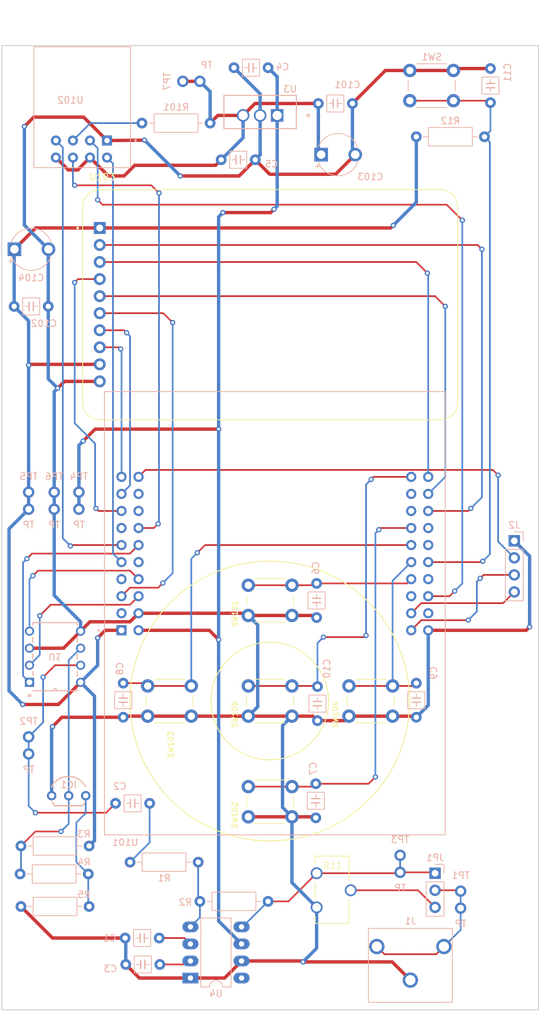
<source format=kicad_pcb>
(kicad_pcb (version 20221018) (generator pcbnew)
  (title_block (title "ECE 445L Baseline Project") (date "2023-12-11") (rev "v1.0.0") (company "The University of Texas at Austin"))
  (layers (0 "F.Cu" signal) (31 "B.Cu" signal) (34 "B.Paste" user) (35 "F.Paste" user) (36 "B.SilkS" user "B.Silkscreen") (37 "F.SilkS" user "F.Silkscreen") (38 "B.Mask" user) (39 "F.Mask" user) (44 "Edge.Cuts" user))
  (net 0 "")
  (net 1 "/WIFI_3V3")
  (net 2 "GND")
  (net 3 "+3V3")
  (net 4 "Net-(U102-IO0)")
  (net 5 "/SW_UP")
  (net 6 "/SW_DOWN")
  (net 7 "/SW_LEFT")
  (net 8 "/SW_RIGHT")
  (net 9 "/SW_MODE")
  (net 11 "/SDC_CS")
  (net 12 "/WIFI_TXD")
  (net 13 "/WIFI_RXD")
  (net 15 "/TFT_MOSI")
  (net 16 "/TFT_D{slash}C")
  (net 17 "/TFT_RST")
  (net 19 "/WIFI_IO2")
  (net 23 "/TFT_MISO")
  (net 24 "/TFT_CS")
  (net 25 "/TFT_SCK")
  (net 26 "+5V")
  (net 28 "/~{WIFI_RST}")
  (net 34 "Net-(C2-Pad1)")
  (net 35 "/DAC_Out")
  (net 36 "/RST")
  (net 37 "Net-(IC1-Pad1)")
  (net 38 "/VREF")
  (net 39 "/DAC_Amp_Ctrl")
  (net 41 "/RED_LED")
  (net 42 "/BLUE_LED")
  (net 43 "/GREEN_LED")
  (net 44 "/Amp_Out")
  (net 45 "/Pot_Out")
  (net 46 "/SSI1_TX")
  (net 47 "/SS1_SCLK")
  (net 48 "/SS1_FS")
  (net 50 "Net-(U4-FC1)")
  (net 51 "Net-(U4-FC2)")
  (net 52 "Net-(U4-VIN)")
  (footprint "Button_Switch_THT:SW_PUSH_6mm" (layer "F.Cu") (at 45 135 180)
    (fp_text reference "SW103")
    (fp_text value "LEFT")
  )
  (footprint "Button_Switch_THT:SW_PUSH_6mm" (layer "F.Cu") (at 60 120 180)
    (fp_text reference "SW101")
    (fp_text value "UP")
  )
  (footprint "Button_Switch_THT:SW_PUSH_6mm" (layer "F.Cu") (at 60 150 180)
    (fp_text reference "SW102")
    (fp_text value "DOWN")
  )
  (footprint "Button_Switch_THT:SW_PUSH_6mm" (layer "F.Cu") (at 60 135 180)
    (fp_text reference "SW105")
    (fp_text value "MODE")
  )
  (footprint "ECE445L:adafruit_st7735r" (layer "F.Cu") (at 60 75.946)
    (fp_text reference "U103")
    (fp_text value "Adafruit ST7735R")
  )
  (footprint "Button_Switch_THT:SW_PUSH_6mm" (layer "F.Cu") (at 75 135 180)
    (fp_text reference "SW104")
    (fp_text value "RIGHT")
  )
  (footprint "ECE445L:Potentiometer" (layer "F.Cu") (at 68.199 163.195)
    (fp_text reference "R11")
    (fp_text value "10k")
  )
  (footprint "ECE445L:ti_LM4041CILPR" (layer "B.Cu") (at 29.972 149.098 180)
    (fp_text reference "IC1")
    (fp_text value "LM4041CILPR")
  )
  (footprint "Resistor_THT:R_Axial_DIN0207_L6.3mm_D2.5mm_P10.16mm_Horizontal" (layer "B.Cu") (at 49.53 164.846)
    (fp_text reference "R2")
    (fp_text value "10k")
  )
  (footprint "Resistor_THT:R_Axial_DIN0207_L6.3mm_D2.5mm_P10.16mm_Horizontal" (layer "B.Cu") (at 39.116 159.004)
    (fp_text reference "R1")
    (fp_text value "20k")
  )
  (footprint "ECE445L:Testpoint_1x02_P2.54mm" (layer "B.Cu") (at 88.392 163.317 180)
    (fp_text reference "TP1")
    (fp_text value "TP")
  )
  (footprint "ECE445L:CP_Radial_Tantal200mil" (layer "B.Cu") (at 67.604 53.594)
    (fp_text reference "C103")
    (fp_text value "4.7uF")
  )
  (footprint "ECE445L:C_Axial_200mil" (layer "B.Cu") (at 59.69 40.64 180)
    (fp_text reference "C4")
    (fp_text value "4.7uF")
  )
  (footprint "ECE445L:Jack_3.5mm_CUI_SJ1-3523N_Horizontal" (layer "B.Cu") (at 80.899 176.577 180)
    (fp_text reference "J1")
    (fp_text value "AudioJack")
  )
  (footprint "Resistor_THT:R_Axial_DIN0207_L6.3mm_D2.5mm_P10.16mm_Horizontal" (layer "B.Cu") (at 33.02 156.591 180)
    (fp_text reference "R3")
    (fp_text value "2k")
  )
  (footprint "ECE445L:C_Axial_200mil" (layer "B.Cu") (at 92.837 45.847 90)
    (fp_text reference "C11")
    (fp_text value "0.1uF")
  )
  (footprint "ECE445L:Testpoint_1x02_P2.54mm" (layer "B.Cu") (at 31.496 103.881 180)
    (fp_text reference "TP4")
    (fp_text value "TP")
  )
  (footprint "ECE445L:C_Axial_200mil" (layer "B.Cu") (at 52.705 54.356)
    (fp_text reference "C5")
    (fp_text value "4.7uF")
  )
  (footprint "ECE445L:C_Axial_200mil" (layer "B.Cu") (at 66.929 117.475 -90)
    (fp_text reference "C6")
    (fp_text value "0.1uF")
  )
  (footprint "Resistor_THT:R_Axial_DIN0207_L6.3mm_D2.5mm_P10.16mm_Horizontal" (layer "B.Cu") (at 33.02 165.608 180)
    (fp_text reference "R5")
    (fp_text value "10k")
  )
  (footprint "ECE445L:C_Axial_200mil" (layer "B.Cu") (at 43.4665 170.307 180)
    (fp_text reference "C1")
    (fp_text value "1uF")
  )
  (footprint "ECE445L:ul_TLV5616CP" (layer "B.Cu") (at 31.75 124.587)
    (fp_text reference "U1")
    (fp_text value "TLV5616CP")
  )
  (footprint "Button_Switch_THT:SW_PUSH_6mm" (layer "B.Cu") (at 87.322 41.057 180)
    (fp_text reference "SW1")
    (fp_text value "RESET")
  )
  (footprint "ECE445L:C_Axial_200mil" (layer "B.Cu") (at 42.037 150.241 180)
    (fp_text reference "C2")
    (fp_text value "0.1uF")
  )
  (footprint "ECE445L:C_Axial_200mil" (layer "B.Cu") (at 67.056 132.842 -90)
    (fp_text reference "C10")
    (fp_text value "0.1uF")
  )
  (footprint "Resistor_THT:R_Axial_DIN0207_L6.3mm_D2.5mm_P10.16mm_Horizontal" (layer "B.Cu") (at 51.054 48.895 180)
    (fp_text reference "R101")
    (fp_text value "10k")
  )
  (footprint "Resistor_THT:R_Axial_DIN0207_L6.3mm_D2.5mm_P10.16mm_Horizontal" (layer "B.Cu") (at 91.948 50.927 180)
    (fp_text reference "R12")
    (fp_text value "10k")
  )
  (footprint "ECE445L:PinHeader_1x04_P2.54mm_Vertical" (layer "B.Cu") (at 96.393 111.125 180)
    (fp_text reference "J2")
    (fp_text value "Header_4")
  )
  (footprint "ECE445L:Testpoint_1x02_P2.54mm" (layer "B.Cu") (at 46.985 42.672 -90)
    (fp_text reference "TP7")
    (fp_text value "TP")
  )
  (footprint "ECE445L:DIP-8_W7.62mm_LongPads" (layer "B.Cu") (at 48.118 176.266)
    (fp_text reference "U4")
    (fp_text value "MCP34119P")
  )
  (footprint "ECE445L:C_Axial_200mil" (layer "B.Cu") (at 43.561 174.244 180)
    (fp_text reference "C3")
    (fp_text value "4.7uF")
  )
  (footprint "ECE445L:Testpoint_1x02_P2.54mm" (layer "B.Cu") (at 27.813 103.886 180)
    (fp_text reference "TP6")
    (fp_text value "TP")
  )
  (footprint "ECE445L:Testpoint_1x02_P2.54mm" (layer "B.Cu") (at 79.375 157.983 180)
    (fp_text reference "TP3")
    (fp_text value "TP")
  )
  (footprint "ECE445L:ai_thinker_ESP8266_01" (layer "B.Cu") (at 31.877 43.18 180)
    (fp_text reference "U102")
    (fp_text value "ESP8266-01/ESP-01")
  )
  (footprint "ECE445L:C_Axial_200mil" (layer "B.Cu") (at 38.1 132.334 -90)
    (fp_text reference "C8")
    (fp_text value "0.1uF")
  )
  (footprint "ECE445L:LM2937" (layer "B.Cu") (at 61.0489 47.752 180)
    (fp_text reference "U3")
    (fp_text value "LM2937xMP")
  )
  (footprint "ECE445L:PinHeader_1x03_P2.54mm_Vertical" (layer "B.Cu") (at 84.582 160.655 180)
    (fp_text reference "JP1")
    (fp_text value "Jumper_3_Open" hide)
  )
  (footprint "ECE445L:C_Axial_200mil" (layer "B.Cu") (at 21.844 76.2)
    (fp_text reference "C102")
    (fp_text value "100nF")
  )
  (footprint "ECE445L:C_Axial_200mil" (layer "B.Cu") (at 81.788 132.334 -90)
    (fp_text reference "C9")
    (fp_text value "0.1uF")
  )
  (footprint "ECE445L:ti_EKTM4C123GXL" (layer "B.Cu") (at 60.706 121.92)
    (fp_text reference "U101")
    (fp_text value "EK-TM4C123GXL")
  )
  (footprint "Resistor_THT:R_Axial_DIN0207_L6.3mm_D2.5mm_P10.16mm_Horizontal" (layer "B.Cu") (at 22.733 160.762903)
    (fp_text reference "R4")
    (fp_text value "47k")
  )
  (footprint "ECE445L:C_Axial_200mil" (layer "B.Cu") (at 66.802 147.32 -90)
    (fp_text reference "C7")
    (fp_text value "0.1uF")
  )
  (footprint "ECE445L:Testpoint_1x02_P2.54mm" (layer "B.Cu") (at 24.003 140.335 180)
    (fp_text reference "TP2")
    (fp_text value "TP")
  )
  (footprint "ECE445L:Testpoint_1x02_P2.54mm" (layer "B.Cu") (at 24.003 103.886 180)
    (fp_text reference "TP5")
    (fp_text value "TP")
  )
  (footprint "ECE445L:C_Axial_200mil" (layer "B.Cu") (at 67.183 45.974)
    (fp_text reference "C101")
    (fp_text value "100nF")
  )
  (footprint "ECE445L:CP_Radial_Tantal200mil" (layer "B.Cu") (at 21.884 67.691)
    (fp_text reference "C104")
    (fp_text value "4.7uF")
  )
  (gr_circle (center 59.944 135.001) (end 77.851 145.669) (stroke (width 0.15)) (fill none) (layer "F.SilkS"))
  (gr_circle (center 59.944 135.001) (end 51.181 135.128) (stroke (width 0.15)) (fill none) (layer "F.SilkS"))
  (gr_rect (start 20 37.35) (end 100 181.007) (stroke (width 0.15)) (fill none) (layer "Edge.Cuts"))
  (segment (start 49.525 42.672) (end 46.985 42.672) (width 0.5) (layer "F.Cu") (net 1))
  (segment (start 33.147 54.03) (end 31.369 55.808) (width 0.5) (layer "F.Cu") (net 1))
  (segment (start 29.917 55.88) (end 28.067 54.03) (width 0.5) (layer "F.Cu") (net 1))
  (segment (start 39.816 55.18) (end 38.227 56.769) (width 0.5) (layer "F.Cu") (net 1))
  (segment (start 51.881 55.18) (end 39.816 55.18) (width 0.5) (layer "F.Cu") (net 1))
  (segment (start 38.227 56.769) (end 35.886 56.769) (width 0.5) (layer "F.Cu") (net 1))
  (segment (start 35.886 56.769) (end 33.147 54.03) (width 0.5) (layer "F.Cu") (net 1))
  (segment (start 55.9689 47.752) (end 57.7469 45.974) (width 0.5) (layer "F.Cu") (net 1))
  (segment (start 52.705 54.356) (end 51.881 55.18) (width 0.5) (layer "F.Cu") (net 1))
  (segment (start 31.369 55.88) (end 29.917 55.88) (width 0.5) (layer "F.Cu") (net 1))
  (segment (start 31.369 55.808) (end 31.369 55.88) (width 0.5) (layer "F.Cu") (net 1))
  (segment (start 55.9689 47.752) (end 52.197 47.752) (width 0.5) (layer "F.Cu") (net 1))
  (segment (start 57.7469 45.974) (end 67.183 45.974) (width 0.5) (layer "F.Cu") (net 1))
  (segment (start 52.197 47.752) (end 51.054 48.895) (width 0.5) (layer "F.Cu") (net 1))
  (segment (start 67.183 45.974) (end 67.183 53.173) (width 0.5) (layer "B.Cu") (net 1))
  (segment (start 55.9689 47.752) (end 55.9689 51.0921) (width 0.5) (layer "B.Cu") (net 1))
  (segment (start 51.054 44.201) (end 49.525 42.672) (width 0.5) (layer "B.Cu") (net 1))
  (segment (start 67.183 53.173) (end 67.604 53.594) (width 0.5) (layer "B.Cu") (net 1))
  (segment (start 55.9689 51.0921) (end 52.705 54.356) (width 0.5) (layer "B.Cu") (net 1))
  (segment (start 51.054 48.895) (end 51.054 44.201) (width 0.5) (layer "B.Cu") (net 1))
  (segment (start 64.897 173.863) (end 78.185 173.863) (width 0.5) (layer "F.Cu") (net 2))
  (segment (start 29.337 87.376) (end 34.6 87.376) (width 0.5) (layer "F.Cu") (net 2))
  (segment (start 48.118 176.266) (end 40.503 176.266) (width 0.5) (layer "F.Cu") (net 2))
  (segment (start 83.566 124.46) (end 98.171 124.46) (width 0.5) (layer "F.Cu") (net 2))
  (segment (start 46.609 56.769) (end 55.372 56.769) (width 0.5) (layer "F.Cu") (net 2))
  (segment (start 40.503 176.266) (end 38.481 174.244) (width 0.5) (layer "F.Cu") (net 2))
  (segment (start 71.078 137.922) (end 71.75 137.25) (width 0.5) (layer "F.Cu") (net 2))
  (segment (start 80.822 41.057) (end 77.18 41.057) (width 0.5) (layer "F.Cu") (net 2))
  (segment (start 64.897 173.863) (end 64.76 173.726) (width 0.5) (layer "F.Cu") (net 2))
  (segment (start 40.386 121.92) (end 56.42 121.92) (width 0.5) (layer "F.Cu") (net 2))
  (segment (start 28.956 137.414) (end 27.559 138.811) (width 0.5) (layer "F.Cu") (net 2))
  (segment (start 55.738 173.751) (end 53.223 176.266) (width 0.5) (layer "F.Cu") (net 2))
  (segment (start 23.368 49.403) (end 24.765 48.006) (width 0.5) (layer "F.Cu") (net 2))
  (segment (start 56.75 137.25) (end 48.25 137.25) (width 0.5) (layer "F.Cu") (net 2))
  (segment (start 63.25 152.25) (end 56.75 152.25) (width 0.5) (layer "F.Cu") (net 2))
  (segment (start 63.25 152.25) (end 66.652 152.25) (width 0.5) (layer "F.Cu") (net 2))
  (segment (start 78.25 137.25) (end 81.624 137.25) (width 0.5) (layer "F.Cu") (net 2))
  (segment (start 33.147 123.19) (end 39.116 123.19) (width 0.5) (layer "F.Cu") (net 2))
  (segment (start 87.612 40.767) (end 87.322 41.057) (width 0.5) (layer "F.Cu") (net 2))
  (segment (start 32.203 48.006) (end 35.687 51.49) (width 0.5) (layer "F.Cu") (net 2))
  (segment (start 38.264 137.25) (end 38.1 137.414) (width 0.5) (layer "F.Cu") (net 2))
  (segment (start 78.185 173.863) (end 80.899 176.577) (width 0.5) (layer "F.Cu") (net 2))
  (segment (start 31.75 124.587) (end 29.21 127.127) (width 0.5) (layer "F.Cu") (net 2))
  (segment (start 55.738 173.726) (end 55.738 173.751) (width 0.5) (layer "F.Cu") (net 2))
  (segment (start 56.42 121.92) (end 56.75 122.25) (width 0.5) (layer "F.Cu") (net 2))
  (segment (start 38.3865 170.307) (end 27.559 170.307) (width 0.5) (layer "F.Cu") (net 2))
  (segment (start 66.624 122.25) (end 66.929 122.555) (width 0.5) (layer "F.Cu") (net 2))
  (segment (start 24.765 48.006) (end 32.203 48.006) (width 0.5) (layer "F.Cu") (net 2))
  (segment (start 29.21 127.127) (end 24.13 127.127) (width 0.5) (layer "F.Cu") (net 2))
  (segment (start 57.785 54.356) (end 59.944 56.515) (width 0.5) (layer "F.Cu") (net 2))
  (segment (start 63.25 137.25) (end 66.384 137.25) (width 0.5) (layer "F.Cu") (net 2))
  (segment (start 35.687 51.49) (end 41.275 51.435) (width 0.5) (layer "F.Cu") (net 2))
  (segment (start 55.372 56.769) (end 57.785 54.356) (width 0.5) (layer "F.Cu") (net 2))
  (segment (start 87.322 41.057) (end 80.822 41.057) (width 0.5) (layer "F.Cu") (net 2))
  (segment (start 39.116 123.19) (end 40.386 121.92) (width 0.5) (layer "F.Cu") (net 2))
  (segment (start 64.76 173.726) (end 55.738 173.726) (width 0.5) (layer "F.Cu") (net 2))
  (segment (start 77.18 41.057) (end 72.263 45.974) (width 0.5) (layer "F.Cu") (net 2))
  (segment (start 27.559 170.307) (end 22.86 165.608) (width 0.5) (layer "F.Cu") (net 2))
  (segment (start 71.75 137.25) (end 78.25 137.25) (width 0.5) (layer "F.Cu") (net 2))
  (segment (start 31.75 124.587) (end 33.147 123.19) (width 0.5) (layer "F.Cu") (net 2))
  (segment (start 92.837 40.767) (end 87.612 40.767) (width 0.5) (layer "F.Cu") (net 2))
  (segment (start 53.223 176.266) (end 48.118 176.266) (width 0.5) (layer "F.Cu") (net 2))
  (segment (start 56.75 137.25) (end 63.25 137.25) (width 0.5) (layer "F.Cu") (net 2))
  (segment (start 28.321 88.392) (end 29.337 87.376) (width 0.5) (layer "F.Cu") (net 2))
  (segment (start 66.652 152.25) (end 66.802 152.4) (width 0.5) (layer "F.Cu") (net 2))
  (segment (start 66.384 137.25) (end 67.056 137.922) (width 0.5) (layer "F.Cu") (net 2))
  (segment (start 81.624 137.25) (end 81.788 137.414) (width 0.5) (layer "F.Cu") (net 2))
  (segment (start 98.171 124.46) (end 98.679 123.952) (width 0.5) (layer "F.Cu") (net 2))
  (segment (start 63.25 122.25) (end 66.624 122.25) (width 0.5) (layer "F.Cu") (net 2))
  (segment (start 69.763 56.515) (end 72.684 53.594) (width 0.5) (layer "F.Cu") (net 2))
  (segment (start 59.944 56.515) (end 69.763 56.515) (width 0.5) (layer "F.Cu") (net 2))
  (segment (start 41.275 51.435) (end 41.33 51.49) (width 0.5) (layer "F.Cu") (net 2))
  (segment (start 56.75 122.25) (end 63.25 122.25) (width 0.5) (layer "F.Cu") (net 2))
  (segment (start 48.25 137.25) (end 41.75 137.25) (width 0.5) (layer "F.Cu") (net 2))
  (segment (start 41.75 137.25) (end 38.264 137.25) (width 0.5) (layer "F.Cu") (net 2))
  (segment (start 38.1 137.414) (end 28.956 137.414) (width 0.5) (layer "F.Cu") (net 2))
  (segment (start 67.056 137.922) (end 71.078 137.922) (width 0.5) (layer "F.Cu") (net 2))
  (via (at 28.321 88.392) (size 0.8) (drill 0.4) (layers "F.Cu" "B.Cu") (net 2))
  (via (at 23.368 49.403) (size 0.8) (drill 0.4) (layers "F.Cu" "B.Cu") (net 2))
  (via (at 46.609 56.769) (size 0.8) (drill 0.4) (layers "F.Cu" "B.Cu") (net 2))
  (via (at 27.559 138.811) (size 0.8) (drill 0.4) (layers "F.Cu" "B.Cu") (net 2))
  (via (at 41.275 51.435) (size 0.8) (drill 0.4) (layers "F.Cu" "B.Cu") (net 2))
  (via (at 64.897 173.863) (size 0.8) (drill 0.4) (layers "F.Cu" "B.Cu") (net 2))
  (via (at 98.679 123.952) (size 0.8) (drill 0.4) (layers "F.Cu" "B.Cu") (net 2))
  (segment (start 27.813 88.9) (end 28.321 88.392) (width 0.5) (layer "B.Cu") (net 2))
  (segment (start 66.929 171.831) (end 64.897 173.863) (width 0.5) (layer "B.Cu") (net 2))
  (segment (start 26.964 67.691) (end 23.368 64.095) (width 0.5) (layer "B.Cu") (net 2))
  (segment (start 26.924 76.2) (end 26.924 67.731) (width 0.5) (layer "B.Cu") (net 2))
  (segment (start 58.5089 44.5389) (end 54.61 40.64) (width 0.5) (layer "B.Cu") (net 2))
  (segment (start 27.432 138.938) (end 27.432 149.098) (width 0.5) (layer "B.Cu") (net 2))
  (segment (start 83.566 135.636) (end 83.566 124.46) (width 0.5) (layer "B.Cu") (net 2))
  (segment (start 26.924 86.995) (end 26.924 76.2) (width 0.5) (layer "B.Cu") (net 2))
  (segment (start 66.929 165.735) (end 66.929 171.831) (width 0.5) (layer "B.Cu") (net 2))
  (segment (start 27.559 138.811) (end 27.432 138.938) (width 0.5) (layer "B.Cu") (net 2))
  (segment (start 27.813 106.426) (end 27.813 103.886) (width 0.5) (layer "B.Cu") (net 2))
  (segment (start 58.5089 53.5559) (end 58.5089 47.752) (width 0.5) (layer "B.Cu") (net 2))
  (segment (start 23.368 64.095) (end 23.368 49.403) (width 0.5) (layer "B.Cu") (net 2))
  (segment (start 72.263 45.974) (end 72.263 53.173) (width 0.5) (layer "B.Cu") (net 2))
  (segment (start 58.5089 47.752) (end 58.5089 44.5389) (width 0.5) (layer "B.Cu") (net 2))
  (segment (start 63.25 162.056) (end 66.929 165.735) (width 0.5) (layer "B.Cu") (net 2))
  (segment (start 58.15 123.65) (end 58.15 135.85) (width 0.5) (layer "B.Cu") (net 2))
  (segment (start 98.679 113.411) (end 96.393 111.125) (width 0.5) (layer "B.Cu") (net 2))
  (segment (start 31.75 124.587) (end 31.75 123.19) (width 0.5) (layer "B.Cu") (net 2))
  (segment (start 58.15 135.85) (end 56.75 137.25) (width 0.5) (layer "B.Cu") (net 2))
  (segment (start 58.547 53.594) (end 58.5089 53.5559) (width 0.5) (layer "B.Cu") (net 2))
  (segment (start 56.75 122.25) (end 58.15 123.65) (width 0.5) (layer "B.Cu") (net 2))
  (segment (start 41.275 51.435) (end 46.609 56.769) (width 0.5) (layer "B.Cu") (net 2))
  (segment (start 63.25 152.25) (end 63.25 162.056) (width 0.5) (layer "B.Cu") (net 2))
  (segment (start 27.813 103.886) (end 27.813 88.9) (width 0.5) (layer "B.Cu") (net 2))
  (segment (start 57.785 54.356) (end 58.547 53.594) (width 0.5) (layer "B.Cu") (net 2))
  (segment (start 38.481 170.4015) (end 38.3865 170.307) (width 0.5) (layer "B.Cu") (net 2))
  (segment (start 63.25 137.25) (end 61.85 138.65) (width 0.5) (layer "B.Cu") (net 2))
  (segment (start 98.679 123.952) (end 98.679 113.411) (width 0.5) (layer "B.Cu") (net 2))
  (segment (start 61.85 150.85) (end 63.25 152.25) (width 0.5) (layer "B.Cu") (net 2))
  (segment (start 27.813 119.253) (end 27.813 106.426) (width 0.5) (layer "B.Cu") (net 2))
  (segment (start 26.924 67.731) (end 26.964 67.691) (width 0.5) (layer "B.Cu") (net 2))
  (segment (start 28.321 88.392) (end 26.924 86.995) (width 0.5) (layer "B.Cu") (net 2))
  (segment (start 61.85 138.65) (end 61.85 150.85) (width 0.5) (layer "B.Cu") (net 2))
  (segment (start 31.75 123.19) (end 27.813 119.253) (width 0.5) (layer "B.Cu") (net 2))
  (segment (start 72.263 53.173) (end 72.684 53.594) (width 0.5) (layer "B.Cu") (net 2))
  (segment (start 38.481 174.244) (end 38.481 170.4015) (width 0.5) (layer "B.Cu") (net 2))
  (segment (start 81.788 137.414) (end 83.566 135.636) (width 0.5) (layer "B.Cu") (net 2))
  (segment (start 25.059 64.516) (end 34.6 64.516) (width 0.5) (layer "F.Cu") (net 3))
  (segment (start 34.6 84.836) (end 24.13 84.836) (width 0.5) (layer "F.Cu") (net 3))
  (segment (start 28.448 135.509) (end 23.114 135.509) (width 0.5) (layer "F.Cu") (net 3))
  (segment (start 35.433 124.46) (end 34.29 125.603) (width 0.5) (layer "F.Cu") (net 3))
  (segment (start 37.846 124.46) (end 35.433 124.46) (width 0.5) (layer "F.Cu") (net 3))
  (segment (start 21.884 67.691) (end 25.059 64.516) (width 0.5) (layer "F.Cu") (net 3))
  (segment (start 31.75 132.207) (end 28.448 135.509) (width 0.5) (layer "F.Cu") (net 3))
  (segment (start 24.13 84.836) (end 24.003 84.963) (width 0.5) (layer "F.Cu") (net 3))
  (segment (start 34.6 64.516) (end 77.978 64.516) (width 0.5) (layer "F.Cu") (net 3))
  (segment (start 77.978 64.516) (end 78.359 64.135) (width 0.5) (layer "F.Cu") (net 3))
  (via (at 24.003 84.963) (size 0.8) (drill 0.4) (layers "F.Cu" "B.Cu") (net 3))
  (via (at 34.29 125.603) (size 0.8) (drill 0.4) (layers "F.Cu" "B.Cu") (net 3))
  (via (at 78.359 64.135) (size 0.8) (drill 0.4) (layers "F.Cu" "B.Cu") (net 3))
  (via (at 23.114 135.509) (size 0.8) (drill 0.4) (layers "F.Cu" "B.Cu") (net 3))
  (segment (start 21.844 76.2) (end 21.844 67.731) (width 0.5) (layer "B.Cu") (net 3))
  (segment (start 21.082 133.477) (end 21.082 109.347) (width 0.5) (layer "B.Cu") (net 3))
  (segment (start 24.003 103.886) (end 24.003 84.963) (width 0.5) (layer "B.Cu") (net 3))
  (segment (start 34.29 129.667) (end 31.75 132.207) (width 0.5) (layer "B.Cu") (net 3))
  (segment (start 21.082 109.347) (end 24.003 106.426) (width 0.5) (layer "B.Cu") (net 3))
  (segment (start 24.003 78.359) (end 21.844 76.2) (width 0.5) (layer "B.Cu") (net 3))
  (segment (start 78.359 64.135) (end 81.788 60.706) (width 0.5) (layer "B.Cu") (net 3))
  (segment (start 24.003 106.426) (end 24.003 103.886) (width 0.5) (layer "B.Cu") (net 3))
  (segment (start 33.819999 134.276999) (end 33.819999 155.791001) (width 0.5) (layer "B.Cu") (net 3))
  (segment (start 21.844 67.731) (end 21.884 67.691) (width 0.5) (layer "B.Cu") (net 3))
  (segment (start 81.788 60.706) (end 81.788 50.927) (width 0.5) (layer "B.Cu") (net 3))
  (segment (start 31.75 132.207) (end 33.819999 134.276999) (width 0.5) (layer "B.Cu") (net 3))
  (segment (start 23.114 135.509) (end 21.082 133.477) (width 0.5) (layer "B.Cu") (net 3))
  (segment (start 24.003 84.963) (end 24.003 78.359) (width 0.5) (layer "B.Cu") (net 3))
  (segment (start 34.29 125.603) (end 34.29 129.667) (width 0.5) (layer "B.Cu") (net 3))
  (segment (start 33.819999 155.791001) (end 33.02 156.591) (width 0.5) (layer "B.Cu") (net 3))
  (segment (start 33.202 48.895) (end 40.894 48.895) (width 0.25) (layer "B.Cu") (net 4))
  (segment (start 30.607 51.49) (end 33.202 48.895) (width 0.25) (layer "B.Cu") (net 4))
  (segment (start 56.75 117.75) (end 63.25 117.75) (width 0.25) (layer "F.Cu") (net 5))
  (segment (start 66.654 117.75) (end 66.929 117.475) (width 0.25) (layer "F.Cu") (net 5))
  (segment (start 80.391 117.475) (end 81.026 116.84) (width 0.25) (layer "F.Cu") (net 5))
  (segment (start 66.929 117.475) (end 80.391 117.475) (width 0.25) (layer "F.Cu") (net 5))
  (segment (start 63.25 117.75) (end 66.654 117.75) (width 0.25) (layer "F.Cu") (net 5))
  (segment (start 63.25 147.75) (end 66.372 147.75) (width 0.25) (layer "F.Cu") (net 6))
  (segment (start 75.692 146.304) (end 74.676 147.32) (width 0.25) (layer "F.Cu") (net 6))
  (segment (start 76.454 109.22) (end 81.026 109.22) (width 0.25) (layer "F.Cu") (net 6))
  (segment (start 76.2 109.474) (end 76.454 109.22) (width 0.25) (layer "F.Cu") (net 6))
  (segment (start 74.676 147.32) (end 66.802 147.32) (width 0.25) (layer "F.Cu") (net 6))
  (segment (start 66.372 147.75) (end 66.802 147.32) (width 0.25) (layer "F.Cu") (net 6))
  (segment (start 56.75 147.75) (end 63.25 147.75) (width 0.25) (layer "F.Cu") (net 6))
  (via (at 75.692 146.304) (size 0.8) (drill 0.4) (layers "F.Cu" "B.Cu") (net 6))
  (via (at 76.2 109.474) (size 0.8) (drill 0.4) (layers "F.Cu" "B.Cu") (net 6))
  (segment (start 75.692 109.982) (end 76.2 109.474) (width 0.25) (layer "B.Cu") (net 6))
  (segment (start 75.692 146.304) (end 75.692 109.982) (width 0.25) (layer "B.Cu") (net 6))
  (segment (start 49.149 112.903) (end 50.292 111.76) (width 0.25) (layer "F.Cu") (net 7))
  (segment (start 41.334 132.334) (end 41.75 132.75) (width 0.25) (layer "F.Cu") (net 7))
  (segment (start 38.1 132.334) (end 41.334 132.334) (width 0.25) (layer "F.Cu") (net 7))
  (segment (start 41.75 132.75) (end 48.25 132.75) (width 0.25) (layer "F.Cu") (net 7))
  (segment (start 50.292 111.76) (end 81.026 111.76) (width 0.25) (layer "F.Cu") (net 7))
  (via (at 49.149 112.903) (size 0.8) (drill 0.4) (layers "F.Cu" "B.Cu") (net 7))
  (segment (start 48.25 132.75) (end 48.25 113.802) (width 0.25) (layer "B.Cu") (net 7))
  (segment (start 48.25 113.802) (end 49.149 112.903) (width 0.25) (layer "B.Cu") (net 7))
  (segment (start 81.372 132.75) (end 81.788 132.334) (width 0.25) (layer "F.Cu") (net 8))
  (segment (start 78.25 132.75) (end 81.372 132.75) (width 0.25) (layer "F.Cu") (net 8))
  (segment (start 71.75 132.75) (end 78.25 132.75) (width 0.25) (layer "F.Cu") (net 8))
  (segment (start 78.25 132.75) (end 78.25 117.076) (width 0.25) (layer "B.Cu") (net 8))
  (segment (start 78.25 117.076) (end 81.026 114.3) (width 0.25) (layer "B.Cu") (net 8))
  (segment (start 74.041 125.476) (end 74.295 125.222) (width 0.25) (layer "F.Cu") (net 9))
  (segment (start 66.964 132.75) (end 67.056 132.842) (width 0.25) (layer "F.Cu") (net 9))
  (segment (start 75.057 101.981) (end 75.438 101.6) (width 0.25) (layer "F.Cu") (net 9))
  (segment (start 63.25 132.75) (end 66.964 132.75) (width 0.25) (layer "F.Cu") (net 9))
  (segment (start 75.438 101.6) (end 81.026 101.6) (width 0.25) (layer "F.Cu") (net 9))
  (segment (start 56.75 132.75) (end 63.25 132.75) (width 0.25) (layer "F.Cu") (net 9))
  (segment (start 67.945 125.476) (end 74.041 125.476) (width 0.25) (layer "F.Cu") (net 9))
  (via (at 67.945 125.476) (size 0.8) (drill 0.4) (layers "F.Cu" "B.Cu") (net 9))
  (via (at 75.057 101.981) (size 0.8) (drill 0.4) (layers "F.Cu" "B.Cu") (net 9))
  (via (at 74.295 125.222) (size 0.8) (drill 0.4) (layers "F.Cu" "B.Cu") (net 9))
  (segment (start 74.295 125.222) (end 74.295 102.743) (width 0.25) (layer "B.Cu") (net 9))
  (segment (start 67.056 126.365) (end 67.945 125.476) (width 0.25) (layer "B.Cu") (net 9))
  (segment (start 74.295 102.743) (end 75.057 101.981) (width 0.25) (layer "B.Cu") (net 9))
  (segment (start 67.056 132.842) (end 67.056 126.365) (width 0.25) (layer "B.Cu") (net 9))
  (segment (start 44.0055 117.4115) (end 43.307 118.11) (width 0.25) (layer "F.Cu") (net 11))
  (segment (start 43.307 118.11) (end 39.116 118.11) (width 0.25) (layer "F.Cu") (net 11))
  (segment (start 44.069 77.216) (end 45.466 78.613) (width 0.25) (layer "F.Cu") (net 11))
  (segment (start 34.6 77.216) (end 44.069 77.216) (width 0.25) (layer "F.Cu") (net 11))
  (segment (start 39.116 118.11) (end 37.846 119.38) (width 0.25) (layer "F.Cu") (net 11))
  (via (at 45.466 78.613) (size 0.8) (drill 0.4) (layers "F.Cu" "B.Cu") (net 11))
  (via (at 44.0055 117.4115) (size 0.8) (drill 0.4) (layers "F.Cu" "B.Cu") (net 11))
  (segment (start 44.0055 117.4115) (end 45.466 115.951) (width 0.25) (layer "B.Cu") (net 11))
  (segment (start 45.466 115.951) (end 45.466 78.613) (width 0.25) (layer "B.Cu") (net 11))
  (segment (start 35.687 54.03) (end 36.576 54.919) (width 0.25) (layer "B.Cu") (net 12))
  (segment (start 36.576 54.919) (end 36.576 113.03) (width 0.25) (layer "B.Cu") (net 12))
  (segment (start 36.576 113.03) (end 37.846 114.3) (width 0.25) (layer "B.Cu") (net 12))
  (segment (start 30.226 111.887) (end 30.353 111.76) (width 0.25) (layer "F.Cu") (net 13))
  (segment (start 30.353 111.76) (end 37.846 111.76) (width 0.25) (layer "F.Cu") (net 13))
  (via (at 30.226 111.887) (size 0.8) (drill 0.4) (layers "F.Cu" "B.Cu") (net 13))
  (segment (start 28.067 51.49) (end 29.092 52.515) (width 0.25) (layer "B.Cu") (net 13))
  (segment (start 29.092 110.753) (end 30.226 111.887) (width 0.25) (layer "B.Cu") (net 13))
  (segment (start 29.092 52.515) (end 29.092 110.753) (width 0.25) (layer "B.Cu") (net 13))
  (segment (start 34.6 72.136) (end 31.369 72.136) (width 0.25) (layer "F.Cu") (net 15))
  (segment (start 34.417 106.68) (end 37.846 106.68) (width 0.25) (layer "F.Cu") (net 15))
  (segment (start 31.369 72.136) (end 30.861 72.644) (width 0.25) (layer "F.Cu") (net 15))
  (segment (start 34.036 106.299) (end 34.417 106.68) (width 0.25) (layer "F.Cu") (net 15))
  (via (at 30.861 72.644) (size 0.8) (drill 0.4) (layers "F.Cu" "B.Cu") (net 15))
  (via (at 34.036 106.299) (size 0.8) (drill 0.4) (layers "F.Cu" "B.Cu") (net 15))
  (segment (start 33.909 96.647) (end 33.909 106.172) (width 0.25) (layer "B.Cu") (net 15))
  (segment (start 33.909 106.172) (end 34.036 106.299) (width 0.25) (layer "B.Cu") (net 15))
  (segment (start 30.861 72.644) (end 30.861 93.599) (width 0.25) (layer "B.Cu") (net 15))
  (segment (start 30.861 93.599) (end 33.909 96.647) (width 0.25) (layer "B.Cu") (net 15))
  (segment (start 38.227 79.756) (end 38.608 80.137) (width 0.25) (layer "F.Cu") (net 16))
  (segment (start 34.6 79.756) (end 38.227 79.756) (width 0.25) (layer "F.Cu") (net 16))
  (via (at 38.608 80.137) (size 0.8) (drill 0.4) (layers "F.Cu" "B.Cu") (net 16))
  (segment (start 39.116 102.87) (end 37.846 104.14) (width 0.25) (layer "B.Cu") (net 16))
  (segment (start 39.116 80.645) (end 39.116 102.87) (width 0.25) (layer "B.Cu") (net 16))
  (segment (start 38.608 80.137) (end 39.116 80.645) (width 0.25) (layer "B.Cu") (net 16))
  (segment (start 37.465 82.296) (end 37.719 82.55) (width 0.25) (layer "F.Cu") (net 17))
  (segment (start 34.6 82.296) (end 37.465 82.296) (width 0.25) (layer "F.Cu") (net 17))
  (via (at 37.719 82.55) (size 0.8) (drill 0.4) (layers "F.Cu" "B.Cu") (net 17))
  (segment (start 37.846 82.677) (end 37.846 101.6) (width 0.25) (layer "B.Cu") (net 17))
  (segment (start 37.719 82.55) (end 37.846 82.677) (width 0.25) (layer "B.Cu") (net 17))
  (segment (start 34.29 60.325) (end 35.052 61.087) (width 0.25) (layer "F.Cu") (net 19))
  (segment (start 87.503 118.618) (end 86.741 119.38) (width 0.25) (layer "F.Cu") (net 19))
  (segment (start 86.32 61.047) (end 88.646 63.373) (width 0.25) (layer "F.Cu") (net 19))
  (segment (start 86.741 119.38) (end 83.566 119.38) (width 0.25) (layer "F.Cu") (net 19))
  (segment (start 35.092 61.047) (end 86.32 61.047) (width 0.25) (layer "F.Cu") (net 19))
  (segment (start 35.052 61.087) (end 35.092 61.047) (width 0.25) (layer "F.Cu") (net 19))
  (via (at 88.646 63.373) (size 0.8) (drill 0.4) (layers "F.Cu" "B.Cu") (net 19))
  (via (at 34.29 60.325) (size 0.8) (drill 0.4) (layers "F.Cu" "B.Cu") (net 19))
  (via (at 87.503 118.618) (size 0.8) (drill 0.4) (layers "F.Cu" "B.Cu") (net 19))
  (segment (start 88.646 63.373) (end 88.646 117.475) (width 0.25) (layer "B.Cu") (net 19))
  (segment (start 34.29 52.633) (end 34.29 60.325) (width 0.25) (layer "B.Cu") (net 19))
  (segment (start 33.147 51.49) (end 34.29 52.633) (width 0.25) (layer "B.Cu") (net 19))
  (segment (start 88.646 117.475) (end 87.503 118.618) (width 0.25) (layer "B.Cu") (net 19))
  (segment (start 89.535 106.68) (end 83.566 106.68) (width 0.25) (layer "F.Cu") (net 23))
  (segment (start 89.916 106.299) (end 89.535 106.68) (width 0.25) (layer "F.Cu") (net 23))
  (segment (start 90.932 67.056) (end 91.567 67.691) (width 0.25) (layer "F.Cu") (net 23))
  (segment (start 34.6 67.056) (end 90.932 67.056) (width 0.25) (layer "F.Cu") (net 23))
  (via (at 89.916 106.299) (size 0.8) (drill 0.4) (layers "F.Cu" "B.Cu") (net 23))
  (via (at 91.567 67.691) (size 0.8) (drill 0.4) (layers "F.Cu" "B.Cu") (net 23))
  (segment (start 91.567 104.648) (end 89.916 106.299) (width 0.25) (layer "B.Cu") (net 23))
  (segment (start 91.567 67.691) (end 91.567 104.648) (width 0.25) (layer "B.Cu") (net 23))
  (segment (start 34.6 74.676) (end 84.582 74.676) (width 0.25) (layer "F.Cu") (net 24))
  (segment (start 84.582 74.676) (end 86.106 76.2) (width 0.25) (layer "F.Cu") (net 24))
  (via (at 86.106 76.2) (size 0.8) (drill 0.4) (layers "F.Cu" "B.Cu") (net 24))
  (segment (start 86.106 101.6) (end 83.566 104.14) (width 0.25) (layer "B.Cu") (net 24))
  (segment (start 86.106 76.2) (end 86.106 101.6) (width 0.25) (layer "B.Cu") (net 24))
  (segment (start 81.788 69.596) (end 83.439 71.247) (width 0.25) (layer "F.Cu") (net 25))
  (segment (start 34.6 69.596) (end 81.788 69.596) (width 0.25) (layer "F.Cu") (net 25))
  (via (at 83.439 71.247) (size 0.8) (drill 0.4) (layers "F.Cu" "B.Cu") (net 25))
  (segment (start 83.566 71.374) (end 83.566 101.6) (width 0.25) (layer "B.Cu") (net 25))
  (segment (start 83.439 71.247) (end 83.566 71.374) (width 0.25) (layer "B.Cu") (net 25))
  (segment (start 33.909 94.488) (end 52.324 94.488) (width 0.5) (layer "F.Cu") (net 26))
  (segment (start 40.386 124.46) (end 50.927 124.46) (width 0.5) (layer "F.Cu") (net 26))
  (segment (start 32.131 96.266) (end 33.909 94.488) (width 0.5) (layer "F.Cu") (net 26))
  (segment (start 52.959 62.23) (end 60.071 62.23) (width 0.5) (layer "F.Cu") (net 26))
  (segment (start 50.927 124.46) (end 52.324 125.857) (width 0.5) (layer "F.Cu") (net 26))
  (segment (start 60.071 62.23) (end 60.579 61.722) (width 0.5) (layer "F.Cu") (net 26))
  (via (at 52.324 125.857) (size 0.8) (drill 0.4) (layers "F.Cu" "B.Cu") (net 26))
  (via (at 52.959 62.23) (size 0.8) (drill 0.4) (layers "F.Cu" "B.Cu") (net 26))
  (via (at 32.131 96.266) (size 0.8) (drill 0.4) (layers "F.Cu" "B.Cu") (net 26))
  (via (at 52.324 94.488) (size 0.8) (drill 0.4) (layers "F.Cu" "B.Cu") (net 26))
  (via (at 60.579 61.722) (size 0.8) (drill 0.4) (layers "F.Cu" "B.Cu") (net 26))
  (segment (start 61.0489 41.9989) (end 59.69 40.64) (width 0.5) (layer "B.Cu") (net 26))
  (segment (start 52.324 62.865) (end 52.959 62.23) (width 0.5) (layer "B.Cu") (net 26))
  (segment (start 61.0489 61.2521) (end 61.0489 47.752) (width 0.5) (layer "B.Cu") (net 26))
  (segment (start 52.324 167.772) (end 55.738 171.186) (width 0.5) (layer "B.Cu") (net 26))
  (segment (start 31.496 103.881) (end 31.496 96.901) (width 0.5) (layer "B.Cu") (net 26))
  (segment (start 52.324 125.857) (end 52.324 94.488) (width 0.5) (layer "B.Cu") (net 26))
  (segment (start 61.0489 47.752) (end 61.0489 41.9989) (width 0.5) (layer "B.Cu") (net 26))
  (segment (start 52.324 125.857) (end 52.324 167.772) (width 0.5) (layer "B.Cu") (net 26))
  (segment (start 31.496 96.901) (end 32.131 96.266) (width 0.5) (layer "B.Cu") (net 26))
  (segment (start 31.496 103.881) (end 31.496 106.421) (width 0.5) (layer "B.Cu") (net 26))
  (segment (start 60.579 61.722) (end 61.0489 61.2521) (width 0.5) (layer "B.Cu") (net 26))
  (segment (start 52.324 94.488) (end 52.324 62.865) (width 0.5) (layer "B.Cu") (net 26))
  (segment (start 43.307 108.585) (end 42.672 109.22) (width 0.25) (layer "F.Cu") (net 28))
  (segment (start 39.624 58.166) (end 42.291 58.166) (width 0.25) (layer "F.Cu") (net 28))
  (segment (start 30.861 58.166) (end 39.624 58.166) (width 0.25) (layer "F.Cu") (net 28))
  (segment (start 42.291 58.166) (end 43.434 59.309) (width 0.25) (layer "F.Cu") (net 28))
  (segment (start 42.672 109.22) (end 40.386 109.22) (width 0.25) (layer "F.Cu") (net 28))
  (via (at 30.861 58.166) (size 0.8) (drill 0.4) (layers "F.Cu" "B.Cu") (net 28))
  (via (at 43.307 108.585) (size 0.8) (drill 0.4) (layers "F.Cu" "B.Cu") (net 28))
  (via (at 43.434 59.309) (size 0.8) (drill 0.4) (layers "F.Cu" "B.Cu") (net 28))
  (segment (start 43.434 108.458) (end 43.307 108.585) (width 0.25) (layer "B.Cu") (net 28))
  (segment (start 30.607 54.03) (end 30.607 57.912) (width 0.25) (layer "B.Cu") (net 28))
  (segment (start 30.607 57.912) (end 30.861 58.166) (width 0.25) (layer "B.Cu") (net 28))
  (segment (start 43.434 59.309) (end 43.434 108.458) (width 0.25) (layer "B.Cu") (net 28))
  (segment (start 42.037 150.241) (end 42.037 156.083) (width 0.25) (layer "B.Cu") (net 34))
  (segment (start 42.037 156.083) (end 39.116 159.004) (width 0.25) (layer "B.Cu") (net 34))
  (segment (start 31.75 129.667) (end 27.94 129.667) (width 0.25) (layer "F.Cu") (net 35))
  (segment (start 27.94 129.667) (end 26.162 131.445) (width 0.25) (layer "F.Cu") (net 35))
  (segment (start 35.56 151.638) (end 36.957 150.241) (width 0.25) (layer "F.Cu") (net 35))
  (segment (start 25.019 151.638) (end 35.56 151.638) (width 0.25) (layer "F.Cu") (net 35))
  (via (at 26.162 131.445) (size 0.8) (drill 0.4) (layers "F.Cu" "B.Cu") (net 35))
  (via (at 25.019 151.638) (size 0.8) (drill 0.4) (layers "F.Cu" "B.Cu") (net 35))
  (segment (start 24.003 140.335) (end 24.003 142.875) (width 0.25) (layer "B.Cu") (net 35))
  (segment (start 24.003 142.875) (end 24.003 150.622) (width 0.25) (layer "B.Cu") (net 35))
  (segment (start 24.003 150.622) (end 25.019 151.638) (width 0.25) (layer "B.Cu") (net 35))
  (segment (start 26.162 131.445) (end 26.162 138.176) (width 0.25) (layer "B.Cu") (net 35))
  (segment (start 26.162 138.176) (end 24.003 140.335) (width 0.25) (layer "B.Cu") (net 35))
  (segment (start 91.694 114.173) (end 91.567 114.3) (width 0.25) (layer "F.Cu") (net 36))
  (segment (start 91.567 114.3) (end 83.566 114.3) (width 0.25) (layer "F.Cu") (net 36))
  (segment (start 87.322 45.557) (end 92.547 45.557) (width 0.25) (layer "F.Cu") (net 36))
  (segment (start 92.547 45.557) (end 92.837 45.847) (width 0.25) (layer "F.Cu") (net 36))
  (segment (start 80.822 45.557) (end 87.322 45.557) (width 0.25) (layer "F.Cu") (net 36))
  (via (at 91.694 114.173) (size 0.8) (drill 0.4) (layers "F.Cu" "B.Cu") (net 36))
  (segment (start 92.837 45.847) (end 92.837 50.038) (width 0.25) (layer "B.Cu") (net 36))
  (segment (start 92.747999 113.119001) (end 91.694 114.173) (width 0.25) (layer "B.Cu") (net 36))
  (segment (start 92.747999 51.726999) (end 92.747999 113.119001) (width 0.25) (layer "B.Cu") (net 36))
  (segment (start 92.837 50.038) (end 91.948 50.927) (width 0.25) (layer "B.Cu") (net 36))
  (segment (start 91.948 50.927) (end 92.747999 51.726999) (width 0.25) (layer "B.Cu") (net 36))
  (segment (start 31.115 158.984903) (end 32.893 160.762903) (width 0.25) (layer "B.Cu") (net 37))
  (segment (start 32.893 160.762903) (end 32.893 165.481) (width 0.25) (layer "B.Cu") (net 37))
  (segment (start 32.893 165.481) (end 33.02 165.608) (width 0.25) (layer "B.Cu") (net 37))
  (segment (start 32.512 149.098) (end 32.512 151.703595) (width 0.25) (layer "B.Cu") (net 37))
  (segment (start 31.115 153.100595) (end 31.115 158.984903) (width 0.25) (layer "B.Cu") (net 37))
  (segment (start 32.512 151.703595) (end 31.115 153.100595) (width 0.25) (layer "B.Cu") (net 37))
  (segment (start 22.86 156.591) (end 25.019 154.432) (width 0.25) (layer "F.Cu") (net 38))
  (segment (start 25.019 154.432) (end 25.527 154.432) (width 0.25) (layer "F.Cu") (net 38))
  (segment (start 25.527 154.432) (end 28.829 154.432) (width 0.25) (layer "F.Cu") (net 38))
  (via (at 28.829 154.432) (size 0.8) (drill 0.4) (layers "F.Cu" "B.Cu") (net 38))
  (segment (start 31.75 127.127) (end 29.972 128.905) (width 0.25) (layer "B.Cu") (net 38))
  (segment (start 22.86 156.591) (end 22.86 160.635903) (width 0.25) (layer "B.Cu") (net 38))
  (segment (start 22.86 160.635903) (end 22.733 160.762903) (width 0.25) (layer "B.Cu") (net 38))
  (segment (start 28.829 154.432) (end 29.972 153.289) (width 0.25) (layer "B.Cu") (net 38))
  (segment (start 29.972 128.905) (end 29.972 149.098) (width 0.25) (layer "B.Cu") (net 38))
  (segment (start 29.972 153.289) (end 29.972 149.098) (width 0.25) (layer "B.Cu") (net 38))
  (segment (start 85.899 171.577) (end 84.756 172.72) (width 0.25) (layer "F.Cu") (net 39))
  (segment (start 77.042 172.72) (end 75.899 171.577) (width 0.25) (layer "F.Cu") (net 39))
  (segment (start 88.27 163.195) (end 88.392 163.317) (width 0.25) (layer "F.Cu") (net 39))
  (segment (start 84.756 172.72) (end 77.042 172.72) (width 0.25) (layer "F.Cu") (net 39))
  (segment (start 84.582 163.195) (end 88.27 163.195) (width 0.25) (layer "F.Cu") (net 39))
  (segment (start 88.392 163.317) (end 88.392 165.857) (width 0.25) (layer "B.Cu") (net 39))
  (segment (start 88.392 169.084) (end 85.899 171.577) (width 0.25) (layer "B.Cu") (net 39))
  (segment (start 88.392 165.857) (end 88.392 169.084) (width 0.25) (layer "B.Cu") (net 39))
  (segment (start 93.199 100.565) (end 93.98 101.346) (width 0.25) (layer "F.Cu") (net 41))
  (segment (start 40.386 101.6) (end 41.421 100.565) (width 0.25) (layer "F.Cu") (net 41))
  (segment (start 41.421 100.565) (end 93.199 100.565) (width 0.25) (layer "F.Cu") (net 41))
  (via (at 93.98 101.346) (size 0.8) (drill 0.4) (layers "F.Cu" "B.Cu") (net 41))
  (segment (start 93.98 111.252) (end 96.393 113.665) (width 0.25) (layer "B.Cu") (net 41))
  (segment (start 93.98 101.346) (end 93.98 111.252) (width 0.25) (layer "B.Cu") (net 41))
  (segment (start 89.516 122.955) (end 89.535 122.936) (width 0.25) (layer "F.Cu") (net 42))
  (segment (start 91.313 116.713) (end 91.821 116.205) (width 0.25) (layer "F.Cu") (net 42))
  (segment (start 91.821 116.205) (end 96.393 116.205) (width 0.25) (layer "F.Cu") (net 42))
  (segment (start 82.531 122.955) (end 89.516 122.955) (width 0.25) (layer "F.Cu") (net 42))
  (segment (start 81.026 124.46) (end 82.531 122.955) (width 0.25) (layer "F.Cu") (net 42))
  (via (at 91.313 116.713) (size 0.8) (drill 0.4) (layers "F.Cu" "B.Cu") (net 42))
  (via (at 89.535 122.936) (size 0.8) (drill 0.4) (layers "F.Cu" "B.Cu") (net 42))
  (segment (start 90.805 121.666) (end 89.535 122.936) (width 0.25) (layer "B.Cu") (net 42))
  (segment (start 90.805 117.221) (end 90.805 121.666) (width 0.25) (layer "B.Cu") (net 42))
  (segment (start 91.313 116.713) (end 90.805 117.221) (width 0.25) (layer "B.Cu") (net 42))
  (segment (start 94.723 120.415) (end 96.393 118.745) (width 0.25) (layer "F.Cu") (net 43))
  (segment (start 82.531 120.415) (end 94.723 120.415) (width 0.25) (layer "F.Cu") (net 43))
  (segment (start 81.026 121.92) (end 82.531 120.415) (width 0.25) (layer "F.Cu") (net 43))
  (segment (start 59.69 164.846) (end 62.738 164.846) (width 0.25) (layer "F.Cu") (net 44))
  (segment (start 66.929 160.655) (end 79.243 160.655) (width 0.25) (layer "F.Cu") (net 44))
  (segment (start 79.375 160.523) (end 84.45 160.523) (width 0.25) (layer "F.Cu") (net 44))
  (segment (start 84.45 160.523) (end 84.582 160.655) (width 0.25) (layer "F.Cu") (net 44))
  (segment (start 79.243 160.655) (end 79.375 160.523) (width 0.25) (layer "F.Cu") (net 44))
  (segment (start 62.738 164.846) (end 66.929 160.655) (width 0.25) (layer "F.Cu") (net 44))
  (segment (start 55.738 168.646) (end 55.89 168.646) (width 0.25) (layer "B.Cu") (net 44))
  (segment (start 79.375 160.523) (end 79.375 157.983) (width 0.25) (layer "B.Cu") (net 44))
  (segment (start 55.89 168.646) (end 59.69 164.846) (width 0.25) (layer "B.Cu") (net 44))
  (segment (start 82.042 163.195) (end 84.582 165.735) (width 0.25) (layer "F.Cu") (net 45))
  (segment (start 72.009 163.195) (end 82.042 163.195) (width 0.25) (layer "F.Cu") (net 45))
  (segment (start 24.511 113.03) (end 39.116 113.03) (width 0.25) (layer "F.Cu") (net 46))
  (segment (start 23.749 113.792) (end 24.511 113.03) (width 0.25) (layer "F.Cu") (net 46))
  (segment (start 39.116 113.03) (end 40.386 111.76) (width 0.25) (layer "F.Cu") (net 46))
  (via (at 23.749 113.792) (size 0.8) (drill 0.4) (layers "F.Cu" "B.Cu") (net 46))
  (segment (start 24.13 132.207) (end 23.1692 131.2462) (width 0.25) (layer "B.Cu") (net 46))
  (segment (start 23.1692 131.2462) (end 23.1692 114.3718) (width 0.25) (layer "B.Cu") (net 46))
  (segment (start 23.1692 114.3718) (end 23.749 113.792) (width 0.25) (layer "B.Cu") (net 46))
  (segment (start 27.305 120.65) (end 39.116 120.65) (width 0.25) (layer "F.Cu") (net 47))
  (segment (start 39.116 120.65) (end 40.386 119.38) (width 0.25) (layer "F.Cu") (net 47))
  (segment (start 25.654 122.301) (end 27.305 120.65) (width 0.25) (layer "F.Cu") (net 47))
  (via (at 25.654 122.301) (size 0.8) (drill 0.4) (layers "F.Cu" "B.Cu") (net 47))
  (segment (start 25.654 128.143) (end 25.654 122.301) (width 0.25) (layer "B.Cu") (net 47))
  (segment (start 24.13 129.667) (end 25.654 128.143) (width 0.25) (layer "B.Cu") (net 47))
  (segment (start 24.638 116.332) (end 25.4 115.57) (width 0.25) (layer "F.Cu") (net 48))
  (segment (start 25.4 115.57) (end 39.116 115.57) (width 0.25) (layer "F.Cu") (net 48))
  (segment (start 39.116 115.57) (end 40.386 116.84) (width 0.25) (layer "F.Cu") (net 48))
  (via (at 24.638 116.332) (size 0.8) (drill 0.4) (layers "F.Cu" "B.Cu") (net 48))
  (segment (start 24.13 116.84) (end 24.638 116.332) (width 0.25) (layer "B.Cu") (net 48))
  (segment (start 24.13 124.587) (end 24.13 116.84) (width 0.25) (layer "B.Cu") (net 48))
  (segment (start 47.239 170.307) (end 48.118 171.186) (width 0.25) (layer "F.Cu") (net 50))
  (segment (start 43.4665 170.307) (end 47.239 170.307) (width 0.25) (layer "F.Cu") (net 50))
  (segment (start 47.6 174.244) (end 48.118 173.726) (width 0.25) (layer "F.Cu") (net 51))
  (segment (start 43.561 174.244) (end 47.6 174.244) (width 0.25) (layer "F.Cu") (net 51))
  (segment (start 49.53 167.234) (end 48.118 168.646) (width 0.25) (layer "B.Cu") (net 52))
  (segment (start 49.276 164.592) (end 49.53 164.846) (width 0.25) (layer "B.Cu") (net 52))
  (segment (start 49.276 159.004) (end 49.276 164.592) (width 0.25) (layer "B.Cu") (net 52))
  (segment (start 49.53 164.846) (end 49.53 167.234) (width 0.25) (layer "B.Cu") (net 52))
)
</source>
